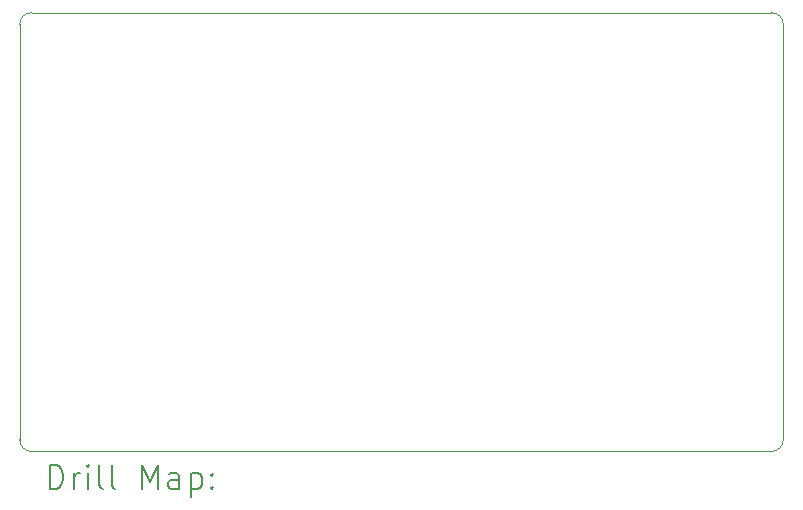
<source format=gbr>
%TF.GenerationSoftware,KiCad,Pcbnew,8.0.1*%
%TF.CreationDate,2024-03-24T00:29:15+01:00*%
%TF.ProjectId,main,6d61696e-2e6b-4696-9361-645f70636258,rev?*%
%TF.SameCoordinates,Original*%
%TF.FileFunction,Drillmap*%
%TF.FilePolarity,Positive*%
%FSLAX45Y45*%
G04 Gerber Fmt 4.5, Leading zero omitted, Abs format (unit mm)*
G04 Created by KiCad (PCBNEW 8.0.1) date 2024-03-24 00:29:15*
%MOMM*%
%LPD*%
G01*
G04 APERTURE LIST*
%ADD10C,0.100000*%
%ADD11C,0.200000*%
G04 APERTURE END LIST*
D10*
X18082500Y-2100000D02*
X18082500Y-5615000D01*
X11717500Y-2000000D02*
X17982500Y-2000000D01*
X17982500Y-2000000D02*
G75*
G02*
X18082500Y-2100000I0J-100000D01*
G01*
X18082500Y-5615000D02*
G75*
G02*
X17982500Y-5715000I-100000J0D01*
G01*
X11717500Y-5715000D02*
G75*
G02*
X11617500Y-5615000I0J100000D01*
G01*
X11617500Y-2100000D02*
G75*
G02*
X11717500Y-2000000I100000J0D01*
G01*
X11617500Y-5615000D02*
X11617500Y-2100000D01*
X17982500Y-5715000D02*
X11717500Y-5715000D01*
D11*
X11873277Y-6031484D02*
X11873277Y-5831484D01*
X11873277Y-5831484D02*
X11920896Y-5831484D01*
X11920896Y-5831484D02*
X11949467Y-5841008D01*
X11949467Y-5841008D02*
X11968515Y-5860055D01*
X11968515Y-5860055D02*
X11978039Y-5879103D01*
X11978039Y-5879103D02*
X11987562Y-5917198D01*
X11987562Y-5917198D02*
X11987562Y-5945769D01*
X11987562Y-5945769D02*
X11978039Y-5983865D01*
X11978039Y-5983865D02*
X11968515Y-6002912D01*
X11968515Y-6002912D02*
X11949467Y-6021960D01*
X11949467Y-6021960D02*
X11920896Y-6031484D01*
X11920896Y-6031484D02*
X11873277Y-6031484D01*
X12073277Y-6031484D02*
X12073277Y-5898150D01*
X12073277Y-5936246D02*
X12082801Y-5917198D01*
X12082801Y-5917198D02*
X12092324Y-5907674D01*
X12092324Y-5907674D02*
X12111372Y-5898150D01*
X12111372Y-5898150D02*
X12130420Y-5898150D01*
X12197086Y-6031484D02*
X12197086Y-5898150D01*
X12197086Y-5831484D02*
X12187562Y-5841008D01*
X12187562Y-5841008D02*
X12197086Y-5850531D01*
X12197086Y-5850531D02*
X12206610Y-5841008D01*
X12206610Y-5841008D02*
X12197086Y-5831484D01*
X12197086Y-5831484D02*
X12197086Y-5850531D01*
X12320896Y-6031484D02*
X12301848Y-6021960D01*
X12301848Y-6021960D02*
X12292324Y-6002912D01*
X12292324Y-6002912D02*
X12292324Y-5831484D01*
X12425658Y-6031484D02*
X12406610Y-6021960D01*
X12406610Y-6021960D02*
X12397086Y-6002912D01*
X12397086Y-6002912D02*
X12397086Y-5831484D01*
X12654229Y-6031484D02*
X12654229Y-5831484D01*
X12654229Y-5831484D02*
X12720896Y-5974341D01*
X12720896Y-5974341D02*
X12787562Y-5831484D01*
X12787562Y-5831484D02*
X12787562Y-6031484D01*
X12968515Y-6031484D02*
X12968515Y-5926722D01*
X12968515Y-5926722D02*
X12958991Y-5907674D01*
X12958991Y-5907674D02*
X12939943Y-5898150D01*
X12939943Y-5898150D02*
X12901848Y-5898150D01*
X12901848Y-5898150D02*
X12882801Y-5907674D01*
X12968515Y-6021960D02*
X12949467Y-6031484D01*
X12949467Y-6031484D02*
X12901848Y-6031484D01*
X12901848Y-6031484D02*
X12882801Y-6021960D01*
X12882801Y-6021960D02*
X12873277Y-6002912D01*
X12873277Y-6002912D02*
X12873277Y-5983865D01*
X12873277Y-5983865D02*
X12882801Y-5964817D01*
X12882801Y-5964817D02*
X12901848Y-5955293D01*
X12901848Y-5955293D02*
X12949467Y-5955293D01*
X12949467Y-5955293D02*
X12968515Y-5945769D01*
X13063753Y-5898150D02*
X13063753Y-6098150D01*
X13063753Y-5907674D02*
X13082801Y-5898150D01*
X13082801Y-5898150D02*
X13120896Y-5898150D01*
X13120896Y-5898150D02*
X13139943Y-5907674D01*
X13139943Y-5907674D02*
X13149467Y-5917198D01*
X13149467Y-5917198D02*
X13158991Y-5936246D01*
X13158991Y-5936246D02*
X13158991Y-5993388D01*
X13158991Y-5993388D02*
X13149467Y-6012436D01*
X13149467Y-6012436D02*
X13139943Y-6021960D01*
X13139943Y-6021960D02*
X13120896Y-6031484D01*
X13120896Y-6031484D02*
X13082801Y-6031484D01*
X13082801Y-6031484D02*
X13063753Y-6021960D01*
X13244705Y-6012436D02*
X13254229Y-6021960D01*
X13254229Y-6021960D02*
X13244705Y-6031484D01*
X13244705Y-6031484D02*
X13235182Y-6021960D01*
X13235182Y-6021960D02*
X13244705Y-6012436D01*
X13244705Y-6012436D02*
X13244705Y-6031484D01*
X13244705Y-5907674D02*
X13254229Y-5917198D01*
X13254229Y-5917198D02*
X13244705Y-5926722D01*
X13244705Y-5926722D02*
X13235182Y-5917198D01*
X13235182Y-5917198D02*
X13244705Y-5907674D01*
X13244705Y-5907674D02*
X13244705Y-5926722D01*
M02*

</source>
